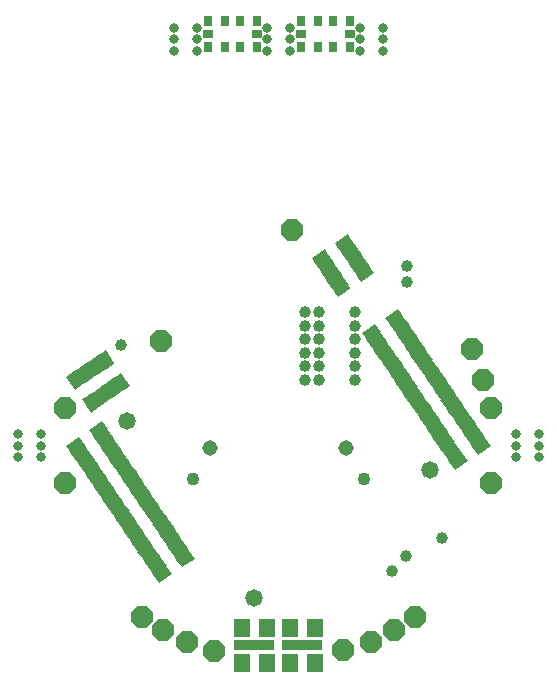
<source format=gbs>
G75*
%MOIN*%
%OFA0B0*%
%FSLAX24Y24*%
%IPPOS*%
%LPD*%
%AMOC8*
5,1,8,0,0,1.08239X$1,22.5*
%
%ADD10C,0.0580*%
%ADD11C,0.0316*%
%ADD12R,0.0159X0.0529*%
%ADD13OC8,0.0710*%
%ADD14C,0.0517*%
%ADD15C,0.0430*%
%ADD16R,0.1340X0.0356*%
%ADD17R,0.0533X0.0592*%
%ADD18C,0.0397*%
%ADD19R,0.0316X0.0356*%
%ADD20R,0.0356X0.0316*%
D10*
X008332Y014200D03*
X012580Y008332D03*
X018448Y012580D03*
D11*
X021310Y013010D03*
X021310Y013390D03*
X021310Y013770D03*
X022070Y013770D03*
X022070Y013390D03*
X022070Y013010D03*
X016870Y026560D03*
X016870Y026940D03*
X016870Y027320D03*
X016110Y027320D03*
X016110Y026940D03*
X016110Y026560D03*
X013770Y026560D03*
X013770Y026940D03*
X013770Y027320D03*
X013010Y027320D03*
X013010Y026940D03*
X013010Y026560D03*
X010670Y026560D03*
X010670Y026940D03*
X010670Y027320D03*
X009910Y027320D03*
X009910Y026940D03*
X009910Y026560D03*
X005470Y013770D03*
X005470Y013390D03*
X005470Y013010D03*
X004710Y013010D03*
X004710Y013390D03*
X004710Y013770D03*
D12*
G36*
X008606Y009996D02*
X008517Y010127D01*
X008954Y010422D01*
X009043Y010291D01*
X008606Y009996D01*
G37*
G36*
X008694Y009865D02*
X008605Y009996D01*
X009042Y010291D01*
X009131Y010160D01*
X008694Y009865D01*
G37*
G36*
X008782Y009734D02*
X008693Y009865D01*
X009130Y010160D01*
X009219Y010029D01*
X008782Y009734D01*
G37*
G36*
X008871Y009604D02*
X008782Y009735D01*
X009219Y010030D01*
X009308Y009899D01*
X008871Y009604D01*
G37*
G36*
X008959Y009473D02*
X008870Y009604D01*
X009307Y009899D01*
X009396Y009768D01*
X008959Y009473D01*
G37*
G36*
X009047Y009343D02*
X008958Y009474D01*
X009395Y009769D01*
X009484Y009638D01*
X009047Y009343D01*
G37*
G36*
X009135Y009212D02*
X009046Y009343D01*
X009483Y009638D01*
X009572Y009507D01*
X009135Y009212D01*
G37*
G36*
X009223Y009082D02*
X009134Y009213D01*
X009571Y009508D01*
X009660Y009377D01*
X009223Y009082D01*
G37*
G36*
X009311Y008951D02*
X009222Y009082D01*
X009659Y009377D01*
X009748Y009246D01*
X009311Y008951D01*
G37*
G36*
X009399Y008821D02*
X009310Y008952D01*
X009747Y009247D01*
X009836Y009116D01*
X009399Y008821D01*
G37*
G36*
X010511Y009762D02*
X010600Y009631D01*
X010163Y009336D01*
X010074Y009467D01*
X010511Y009762D01*
G37*
G36*
X010423Y009892D02*
X010512Y009761D01*
X010075Y009466D01*
X009986Y009597D01*
X010423Y009892D01*
G37*
G36*
X010335Y010023D02*
X010424Y009892D01*
X009987Y009597D01*
X009898Y009728D01*
X010335Y010023D01*
G37*
G36*
X010246Y010153D02*
X010335Y010022D01*
X009898Y009727D01*
X009809Y009858D01*
X010246Y010153D01*
G37*
G36*
X010158Y010284D02*
X010247Y010153D01*
X009810Y009858D01*
X009721Y009989D01*
X010158Y010284D01*
G37*
G36*
X010070Y010414D02*
X010159Y010283D01*
X009722Y009988D01*
X009633Y010119D01*
X010070Y010414D01*
G37*
G36*
X009982Y010545D02*
X010071Y010414D01*
X009634Y010119D01*
X009545Y010250D01*
X009982Y010545D01*
G37*
G36*
X009894Y010676D02*
X009983Y010545D01*
X009546Y010250D01*
X009457Y010381D01*
X009894Y010676D01*
G37*
G36*
X009806Y010806D02*
X009895Y010675D01*
X009458Y010380D01*
X009369Y010511D01*
X009806Y010806D01*
G37*
G36*
X009718Y010937D02*
X009807Y010806D01*
X009370Y010511D01*
X009281Y010642D01*
X009718Y010937D01*
G37*
G36*
X009630Y011067D02*
X009719Y010936D01*
X009282Y010641D01*
X009193Y010772D01*
X009630Y011067D01*
G37*
G36*
X009542Y011198D02*
X009631Y011067D01*
X009194Y010772D01*
X009105Y010903D01*
X009542Y011198D01*
G37*
G36*
X009454Y011328D02*
X009543Y011197D01*
X009106Y010902D01*
X009017Y011033D01*
X009454Y011328D01*
G37*
G36*
X009366Y011459D02*
X009455Y011328D01*
X009018Y011033D01*
X008929Y011164D01*
X009366Y011459D01*
G37*
G36*
X009278Y011590D02*
X009367Y011459D01*
X008930Y011164D01*
X008841Y011295D01*
X009278Y011590D01*
G37*
G36*
X009190Y011720D02*
X009279Y011589D01*
X008842Y011294D01*
X008753Y011425D01*
X009190Y011720D01*
G37*
G36*
X009102Y011851D02*
X009191Y011720D01*
X008754Y011425D01*
X008665Y011556D01*
X009102Y011851D01*
G37*
G36*
X009014Y011981D02*
X009103Y011850D01*
X008666Y011555D01*
X008577Y011686D01*
X009014Y011981D01*
G37*
G36*
X008926Y012112D02*
X009015Y011981D01*
X008578Y011686D01*
X008489Y011817D01*
X008926Y012112D01*
G37*
G36*
X008837Y012242D02*
X008926Y012111D01*
X008489Y011816D01*
X008400Y011947D01*
X008837Y012242D01*
G37*
G36*
X008749Y012373D02*
X008838Y012242D01*
X008401Y011947D01*
X008312Y012078D01*
X008749Y012373D01*
G37*
G36*
X008661Y012503D02*
X008750Y012372D01*
X008313Y012077D01*
X008224Y012208D01*
X008661Y012503D01*
G37*
G36*
X008573Y012634D02*
X008662Y012503D01*
X008225Y012208D01*
X008136Y012339D01*
X008573Y012634D01*
G37*
G36*
X008485Y012765D02*
X008574Y012634D01*
X008137Y012339D01*
X008048Y012470D01*
X008485Y012765D01*
G37*
G36*
X008397Y012895D02*
X008486Y012764D01*
X008049Y012469D01*
X007960Y012600D01*
X008397Y012895D01*
G37*
G36*
X008309Y013026D02*
X008398Y012895D01*
X007961Y012600D01*
X007872Y012731D01*
X008309Y013026D01*
G37*
G36*
X008221Y013156D02*
X008310Y013025D01*
X007873Y012730D01*
X007784Y012861D01*
X008221Y013156D01*
G37*
G36*
X008133Y013287D02*
X008222Y013156D01*
X007785Y012861D01*
X007696Y012992D01*
X008133Y013287D01*
G37*
G36*
X008045Y013417D02*
X008134Y013286D01*
X007697Y012991D01*
X007608Y013122D01*
X008045Y013417D01*
G37*
G36*
X007957Y013548D02*
X008046Y013417D01*
X007609Y013122D01*
X007520Y013253D01*
X007957Y013548D01*
G37*
G36*
X007869Y013678D02*
X007958Y013547D01*
X007521Y013252D01*
X007432Y013383D01*
X007869Y013678D01*
G37*
G36*
X007781Y013809D02*
X007870Y013678D01*
X007433Y013383D01*
X007344Y013514D01*
X007781Y013809D01*
G37*
G36*
X007693Y013940D02*
X007782Y013809D01*
X007345Y013514D01*
X007256Y013645D01*
X007693Y013940D01*
G37*
G36*
X007605Y014070D02*
X007694Y013939D01*
X007257Y013644D01*
X007168Y013775D01*
X007605Y014070D01*
G37*
G36*
X007517Y014201D02*
X007606Y014070D01*
X007169Y013775D01*
X007080Y013906D01*
X007517Y014201D01*
G37*
G36*
X007265Y014585D02*
X007134Y014496D01*
X006839Y014933D01*
X006970Y015022D01*
X007265Y014585D01*
G37*
G36*
X007396Y014673D02*
X007265Y014584D01*
X006970Y015021D01*
X007101Y015110D01*
X007396Y014673D01*
G37*
G36*
X007526Y014761D02*
X007395Y014672D01*
X007100Y015109D01*
X007231Y015198D01*
X007526Y014761D01*
G37*
G36*
X007657Y014850D02*
X007526Y014761D01*
X007231Y015198D01*
X007362Y015287D01*
X007657Y014850D01*
G37*
G36*
X007787Y014938D02*
X007656Y014849D01*
X007361Y015286D01*
X007492Y015375D01*
X007787Y014938D01*
G37*
G36*
X007918Y015026D02*
X007787Y014937D01*
X007492Y015374D01*
X007623Y015463D01*
X007918Y015026D01*
G37*
G36*
X008048Y015114D02*
X007917Y015025D01*
X007622Y015462D01*
X007753Y015551D01*
X008048Y015114D01*
G37*
G36*
X008179Y015202D02*
X008048Y015113D01*
X007753Y015550D01*
X007884Y015639D01*
X008179Y015202D01*
G37*
G36*
X008310Y015290D02*
X008179Y015201D01*
X007884Y015638D01*
X008015Y015727D01*
X008310Y015290D01*
G37*
G36*
X008440Y015378D02*
X008309Y015289D01*
X008014Y015726D01*
X008145Y015815D01*
X008440Y015378D01*
G37*
G36*
X007499Y016490D02*
X007630Y016579D01*
X007925Y016142D01*
X007794Y016053D01*
X007499Y016490D01*
G37*
G36*
X007368Y016402D02*
X007499Y016491D01*
X007794Y016054D01*
X007663Y015965D01*
X007368Y016402D01*
G37*
G36*
X007238Y016314D02*
X007369Y016403D01*
X007664Y015966D01*
X007533Y015877D01*
X007238Y016314D01*
G37*
G36*
X007107Y016225D02*
X007238Y016314D01*
X007533Y015877D01*
X007402Y015788D01*
X007107Y016225D01*
G37*
G36*
X006977Y016137D02*
X007108Y016226D01*
X007403Y015789D01*
X007272Y015700D01*
X006977Y016137D01*
G37*
G36*
X006846Y016049D02*
X006977Y016138D01*
X007272Y015701D01*
X007141Y015612D01*
X006846Y016049D01*
G37*
G36*
X006716Y015961D02*
X006847Y016050D01*
X007142Y015613D01*
X007011Y015524D01*
X006716Y015961D01*
G37*
G36*
X006585Y015873D02*
X006716Y015962D01*
X007011Y015525D01*
X006880Y015436D01*
X006585Y015873D01*
G37*
G36*
X006454Y015785D02*
X006585Y015874D01*
X006880Y015437D01*
X006749Y015348D01*
X006454Y015785D01*
G37*
G36*
X006324Y015697D02*
X006455Y015786D01*
X006750Y015349D01*
X006619Y015260D01*
X006324Y015697D01*
G37*
G36*
X006405Y013259D02*
X006316Y013390D01*
X006753Y013685D01*
X006842Y013554D01*
X006405Y013259D01*
G37*
G36*
X006493Y013129D02*
X006404Y013260D01*
X006841Y013555D01*
X006930Y013424D01*
X006493Y013129D01*
G37*
G36*
X006581Y012998D02*
X006492Y013129D01*
X006929Y013424D01*
X007018Y013293D01*
X006581Y012998D01*
G37*
G36*
X006669Y012868D02*
X006580Y012999D01*
X007017Y013294D01*
X007106Y013163D01*
X006669Y012868D01*
G37*
G36*
X006757Y012737D02*
X006668Y012868D01*
X007105Y013163D01*
X007194Y013032D01*
X006757Y012737D01*
G37*
G36*
X006845Y012607D02*
X006756Y012738D01*
X007193Y013033D01*
X007282Y012902D01*
X006845Y012607D01*
G37*
G36*
X006933Y012476D02*
X006844Y012607D01*
X007281Y012902D01*
X007370Y012771D01*
X006933Y012476D01*
G37*
G36*
X007021Y012346D02*
X006932Y012477D01*
X007369Y012772D01*
X007458Y012641D01*
X007021Y012346D01*
G37*
G36*
X007109Y012215D02*
X007020Y012346D01*
X007457Y012641D01*
X007546Y012510D01*
X007109Y012215D01*
G37*
G36*
X007197Y012084D02*
X007108Y012215D01*
X007545Y012510D01*
X007634Y012379D01*
X007197Y012084D01*
G37*
G36*
X007285Y011954D02*
X007196Y012085D01*
X007633Y012380D01*
X007722Y012249D01*
X007285Y011954D01*
G37*
G36*
X007373Y011823D02*
X007284Y011954D01*
X007721Y012249D01*
X007810Y012118D01*
X007373Y011823D01*
G37*
G36*
X007462Y011693D02*
X007373Y011824D01*
X007810Y012119D01*
X007899Y011988D01*
X007462Y011693D01*
G37*
G36*
X007550Y011562D02*
X007461Y011693D01*
X007898Y011988D01*
X007987Y011857D01*
X007550Y011562D01*
G37*
G36*
X007638Y011432D02*
X007549Y011563D01*
X007986Y011858D01*
X008075Y011727D01*
X007638Y011432D01*
G37*
G36*
X007726Y011301D02*
X007637Y011432D01*
X008074Y011727D01*
X008163Y011596D01*
X007726Y011301D01*
G37*
G36*
X007814Y011171D02*
X007725Y011302D01*
X008162Y011597D01*
X008251Y011466D01*
X007814Y011171D01*
G37*
G36*
X007902Y011040D02*
X007813Y011171D01*
X008250Y011466D01*
X008339Y011335D01*
X007902Y011040D01*
G37*
G36*
X007990Y010909D02*
X007901Y011040D01*
X008338Y011335D01*
X008427Y011204D01*
X007990Y010909D01*
G37*
G36*
X008078Y010779D02*
X007989Y010910D01*
X008426Y011205D01*
X008515Y011074D01*
X008078Y010779D01*
G37*
G36*
X008166Y010648D02*
X008077Y010779D01*
X008514Y011074D01*
X008603Y010943D01*
X008166Y010648D01*
G37*
G36*
X008254Y010518D02*
X008165Y010649D01*
X008602Y010944D01*
X008691Y010813D01*
X008254Y010518D01*
G37*
G36*
X008342Y010387D02*
X008253Y010518D01*
X008690Y010813D01*
X008779Y010682D01*
X008342Y010387D01*
G37*
G36*
X008430Y010257D02*
X008341Y010388D01*
X008778Y010683D01*
X008867Y010552D01*
X008430Y010257D01*
G37*
G36*
X008518Y010126D02*
X008429Y010257D01*
X008866Y010552D01*
X008955Y010421D01*
X008518Y010126D01*
G37*
G36*
X015378Y018340D02*
X015289Y018471D01*
X015726Y018766D01*
X015815Y018635D01*
X015378Y018340D01*
G37*
G36*
X015290Y018470D02*
X015201Y018601D01*
X015638Y018896D01*
X015727Y018765D01*
X015290Y018470D01*
G37*
G36*
X015202Y018601D02*
X015113Y018732D01*
X015550Y019027D01*
X015639Y018896D01*
X015202Y018601D01*
G37*
G36*
X015114Y018732D02*
X015025Y018863D01*
X015462Y019158D01*
X015551Y019027D01*
X015114Y018732D01*
G37*
G36*
X015026Y018862D02*
X014937Y018993D01*
X015374Y019288D01*
X015463Y019157D01*
X015026Y018862D01*
G37*
G36*
X014938Y018993D02*
X014849Y019124D01*
X015286Y019419D01*
X015375Y019288D01*
X014938Y018993D01*
G37*
G36*
X014850Y019123D02*
X014761Y019254D01*
X015198Y019549D01*
X015287Y019418D01*
X014850Y019123D01*
G37*
G36*
X014761Y019254D02*
X014672Y019385D01*
X015109Y019680D01*
X015198Y019549D01*
X014761Y019254D01*
G37*
G36*
X014673Y019384D02*
X014584Y019515D01*
X015021Y019810D01*
X015110Y019679D01*
X014673Y019384D01*
G37*
G36*
X014585Y019515D02*
X014496Y019646D01*
X014933Y019941D01*
X015022Y019810D01*
X014585Y019515D01*
G37*
G36*
X015697Y020456D02*
X015786Y020325D01*
X015349Y020030D01*
X015260Y020161D01*
X015697Y020456D01*
G37*
G36*
X015785Y020326D02*
X015874Y020195D01*
X015437Y019900D01*
X015348Y020031D01*
X015785Y020326D01*
G37*
G36*
X015873Y020195D02*
X015962Y020064D01*
X015525Y019769D01*
X015436Y019900D01*
X015873Y020195D01*
G37*
G36*
X015961Y020064D02*
X016050Y019933D01*
X015613Y019638D01*
X015524Y019769D01*
X015961Y020064D01*
G37*
G36*
X016049Y019934D02*
X016138Y019803D01*
X015701Y019508D01*
X015612Y019639D01*
X016049Y019934D01*
G37*
G36*
X016137Y019803D02*
X016226Y019672D01*
X015789Y019377D01*
X015700Y019508D01*
X016137Y019803D01*
G37*
G36*
X016225Y019673D02*
X016314Y019542D01*
X015877Y019247D01*
X015788Y019378D01*
X016225Y019673D01*
G37*
G36*
X016314Y019542D02*
X016403Y019411D01*
X015966Y019116D01*
X015877Y019247D01*
X016314Y019542D01*
G37*
G36*
X016402Y019412D02*
X016491Y019281D01*
X016054Y018986D01*
X015965Y019117D01*
X016402Y019412D01*
G37*
G36*
X016490Y019281D02*
X016579Y019150D01*
X016142Y018855D01*
X016053Y018986D01*
X016490Y019281D01*
G37*
G36*
X017381Y017959D02*
X017470Y017828D01*
X017033Y017533D01*
X016944Y017664D01*
X017381Y017959D01*
G37*
G36*
X017469Y017829D02*
X017558Y017698D01*
X017121Y017403D01*
X017032Y017534D01*
X017469Y017829D01*
G37*
G36*
X017557Y017698D02*
X017646Y017567D01*
X017209Y017272D01*
X017120Y017403D01*
X017557Y017698D01*
G37*
G36*
X017645Y017568D02*
X017734Y017437D01*
X017297Y017142D01*
X017208Y017273D01*
X017645Y017568D01*
G37*
G36*
X017733Y017437D02*
X017822Y017306D01*
X017385Y017011D01*
X017296Y017142D01*
X017733Y017437D01*
G37*
G36*
X017821Y017307D02*
X017910Y017176D01*
X017473Y016881D01*
X017384Y017012D01*
X017821Y017307D01*
G37*
G36*
X017909Y017176D02*
X017998Y017045D01*
X017561Y016750D01*
X017472Y016881D01*
X017909Y017176D01*
G37*
G36*
X017998Y017046D02*
X018087Y016915D01*
X017650Y016620D01*
X017561Y016751D01*
X017998Y017046D01*
G37*
G36*
X018086Y016915D02*
X018175Y016784D01*
X017738Y016489D01*
X017649Y016620D01*
X018086Y016915D01*
G37*
G36*
X018174Y016784D02*
X018263Y016653D01*
X017826Y016358D01*
X017737Y016489D01*
X018174Y016784D01*
G37*
G36*
X018262Y016654D02*
X018351Y016523D01*
X017914Y016228D01*
X017825Y016359D01*
X018262Y016654D01*
G37*
G36*
X018350Y016523D02*
X018439Y016392D01*
X018002Y016097D01*
X017913Y016228D01*
X018350Y016523D01*
G37*
G36*
X018438Y016393D02*
X018527Y016262D01*
X018090Y015967D01*
X018001Y016098D01*
X018438Y016393D01*
G37*
G36*
X018526Y016262D02*
X018615Y016131D01*
X018178Y015836D01*
X018089Y015967D01*
X018526Y016262D01*
G37*
G36*
X018614Y016132D02*
X018703Y016001D01*
X018266Y015706D01*
X018177Y015837D01*
X018614Y016132D01*
G37*
G36*
X018702Y016001D02*
X018791Y015870D01*
X018354Y015575D01*
X018265Y015706D01*
X018702Y016001D01*
G37*
G36*
X018790Y015871D02*
X018879Y015740D01*
X018442Y015445D01*
X018353Y015576D01*
X018790Y015871D01*
G37*
G36*
X018878Y015740D02*
X018967Y015609D01*
X018530Y015314D01*
X018441Y015445D01*
X018878Y015740D01*
G37*
G36*
X018966Y015609D02*
X019055Y015478D01*
X018618Y015183D01*
X018529Y015314D01*
X018966Y015609D01*
G37*
G36*
X019054Y015479D02*
X019143Y015348D01*
X018706Y015053D01*
X018617Y015184D01*
X019054Y015479D01*
G37*
G36*
X019142Y015348D02*
X019231Y015217D01*
X018794Y014922D01*
X018705Y015053D01*
X019142Y015348D01*
G37*
G36*
X019230Y015218D02*
X019319Y015087D01*
X018882Y014792D01*
X018793Y014923D01*
X019230Y015218D01*
G37*
G36*
X019318Y015087D02*
X019407Y014956D01*
X018970Y014661D01*
X018881Y014792D01*
X019318Y015087D01*
G37*
G36*
X019407Y014957D02*
X019496Y014826D01*
X019059Y014531D01*
X018970Y014662D01*
X019407Y014957D01*
G37*
G36*
X019495Y014826D02*
X019584Y014695D01*
X019147Y014400D01*
X019058Y014531D01*
X019495Y014826D01*
G37*
G36*
X019583Y014696D02*
X019672Y014565D01*
X019235Y014270D01*
X019146Y014401D01*
X019583Y014696D01*
G37*
G36*
X019671Y014565D02*
X019760Y014434D01*
X019323Y014139D01*
X019234Y014270D01*
X019671Y014565D01*
G37*
G36*
X019759Y014434D02*
X019848Y014303D01*
X019411Y014008D01*
X019322Y014139D01*
X019759Y014434D01*
G37*
G36*
X019847Y014304D02*
X019936Y014173D01*
X019499Y013878D01*
X019410Y014009D01*
X019847Y014304D01*
G37*
G36*
X019935Y014173D02*
X020024Y014042D01*
X019587Y013747D01*
X019498Y013878D01*
X019935Y014173D01*
G37*
G36*
X020023Y014043D02*
X020112Y013912D01*
X019675Y013617D01*
X019586Y013748D01*
X020023Y014043D01*
G37*
G36*
X020111Y013912D02*
X020200Y013781D01*
X019763Y013486D01*
X019674Y013617D01*
X020111Y013912D01*
G37*
G36*
X020199Y013782D02*
X020288Y013651D01*
X019851Y013356D01*
X019762Y013487D01*
X020199Y013782D01*
G37*
G36*
X020287Y013651D02*
X020376Y013520D01*
X019939Y013225D01*
X019850Y013356D01*
X020287Y013651D01*
G37*
G36*
X020375Y013521D02*
X020464Y013390D01*
X020027Y013095D01*
X019938Y013226D01*
X020375Y013521D01*
G37*
G36*
X019175Y012710D02*
X019086Y012841D01*
X019523Y013136D01*
X019612Y013005D01*
X019175Y012710D01*
G37*
G36*
X019263Y012579D02*
X019174Y012710D01*
X019611Y013005D01*
X019700Y012874D01*
X019263Y012579D01*
G37*
G36*
X019087Y012840D02*
X018998Y012971D01*
X019435Y013266D01*
X019524Y013135D01*
X019087Y012840D01*
G37*
G36*
X018999Y012971D02*
X018910Y013102D01*
X019347Y013397D01*
X019436Y013266D01*
X018999Y012971D01*
G37*
G36*
X018911Y013102D02*
X018822Y013233D01*
X019259Y013528D01*
X019348Y013397D01*
X018911Y013102D01*
G37*
G36*
X018823Y013232D02*
X018734Y013363D01*
X019171Y013658D01*
X019260Y013527D01*
X018823Y013232D01*
G37*
G36*
X018735Y013363D02*
X018646Y013494D01*
X019083Y013789D01*
X019172Y013658D01*
X018735Y013363D01*
G37*
G36*
X018647Y013493D02*
X018558Y013624D01*
X018995Y013919D01*
X019084Y013788D01*
X018647Y013493D01*
G37*
G36*
X018559Y013624D02*
X018470Y013755D01*
X018907Y014050D01*
X018996Y013919D01*
X018559Y013624D01*
G37*
G36*
X018471Y013754D02*
X018382Y013885D01*
X018819Y014180D01*
X018908Y014049D01*
X018471Y013754D01*
G37*
G36*
X018383Y013885D02*
X018294Y014016D01*
X018731Y014311D01*
X018820Y014180D01*
X018383Y013885D01*
G37*
G36*
X018295Y014015D02*
X018206Y014146D01*
X018643Y014441D01*
X018732Y014310D01*
X018295Y014015D01*
G37*
G36*
X018207Y014146D02*
X018118Y014277D01*
X018555Y014572D01*
X018644Y014441D01*
X018207Y014146D01*
G37*
G36*
X018119Y014277D02*
X018030Y014408D01*
X018467Y014703D01*
X018556Y014572D01*
X018119Y014277D01*
G37*
G36*
X018031Y014407D02*
X017942Y014538D01*
X018379Y014833D01*
X018468Y014702D01*
X018031Y014407D01*
G37*
G36*
X017943Y014538D02*
X017854Y014669D01*
X018291Y014964D01*
X018380Y014833D01*
X017943Y014538D01*
G37*
G36*
X017854Y014668D02*
X017765Y014799D01*
X018202Y015094D01*
X018291Y014963D01*
X017854Y014668D01*
G37*
G36*
X017766Y014799D02*
X017677Y014930D01*
X018114Y015225D01*
X018203Y015094D01*
X017766Y014799D01*
G37*
G36*
X017678Y014929D02*
X017589Y015060D01*
X018026Y015355D01*
X018115Y015224D01*
X017678Y014929D01*
G37*
G36*
X017590Y015060D02*
X017501Y015191D01*
X017938Y015486D01*
X018027Y015355D01*
X017590Y015060D01*
G37*
G36*
X017502Y015190D02*
X017413Y015321D01*
X017850Y015616D01*
X017939Y015485D01*
X017502Y015190D01*
G37*
G36*
X017414Y015321D02*
X017325Y015452D01*
X017762Y015747D01*
X017851Y015616D01*
X017414Y015321D01*
G37*
G36*
X017326Y015452D02*
X017237Y015583D01*
X017674Y015878D01*
X017763Y015747D01*
X017326Y015452D01*
G37*
G36*
X017238Y015582D02*
X017149Y015713D01*
X017586Y016008D01*
X017675Y015877D01*
X017238Y015582D01*
G37*
G36*
X017150Y015713D02*
X017061Y015844D01*
X017498Y016139D01*
X017587Y016008D01*
X017150Y015713D01*
G37*
G36*
X017062Y015843D02*
X016973Y015974D01*
X017410Y016269D01*
X017499Y016138D01*
X017062Y015843D01*
G37*
G36*
X016974Y015974D02*
X016885Y016105D01*
X017322Y016400D01*
X017411Y016269D01*
X016974Y015974D01*
G37*
G36*
X016886Y016104D02*
X016797Y016235D01*
X017234Y016530D01*
X017323Y016399D01*
X016886Y016104D01*
G37*
G36*
X016798Y016235D02*
X016709Y016366D01*
X017146Y016661D01*
X017235Y016530D01*
X016798Y016235D01*
G37*
G36*
X016710Y016366D02*
X016621Y016497D01*
X017058Y016792D01*
X017147Y016661D01*
X016710Y016366D01*
G37*
G36*
X016622Y016496D02*
X016533Y016627D01*
X016970Y016922D01*
X017059Y016791D01*
X016622Y016496D01*
G37*
G36*
X016534Y016627D02*
X016445Y016758D01*
X016882Y017053D01*
X016971Y016922D01*
X016534Y016627D01*
G37*
G36*
X016445Y016757D02*
X016356Y016888D01*
X016793Y017183D01*
X016882Y017052D01*
X016445Y016757D01*
G37*
G36*
X016357Y016888D02*
X016268Y017019D01*
X016705Y017314D01*
X016794Y017183D01*
X016357Y016888D01*
G37*
G36*
X016269Y017018D02*
X016180Y017149D01*
X016617Y017444D01*
X016706Y017313D01*
X016269Y017018D01*
G37*
D13*
X013840Y020590D03*
X009490Y016890D03*
X006290Y014640D03*
X006290Y012140D03*
X008857Y007690D03*
X009541Y007236D03*
X010340Y006840D03*
X011240Y006540D03*
X015540Y006590D03*
X016490Y006840D03*
X017240Y007240D03*
X017940Y007690D03*
X020490Y012140D03*
X020490Y014640D03*
X020194Y015591D03*
X019840Y016632D03*
D14*
X015654Y013312D03*
X011126Y013312D03*
D15*
X010536Y012269D03*
X016244Y012269D03*
D16*
X014190Y006740D03*
X012590Y006740D03*
D17*
X012994Y006159D03*
X013786Y006159D03*
X014594Y006159D03*
X014594Y007321D03*
X013786Y007321D03*
X012994Y007321D03*
X012186Y007321D03*
X012186Y006159D03*
D18*
X017190Y009215D03*
X017640Y009715D03*
X018840Y010315D03*
X015940Y015590D03*
X015940Y016040D03*
X015940Y016490D03*
X015940Y016940D03*
X015940Y017390D03*
X015940Y017840D03*
X014740Y017840D03*
X014740Y017390D03*
X014740Y016940D03*
X014740Y016490D03*
X014740Y016040D03*
X014740Y015590D03*
X014290Y015590D03*
X014290Y016040D03*
X014290Y016490D03*
X014290Y016940D03*
X014290Y017390D03*
X014290Y017840D03*
X017690Y018840D03*
X017690Y019390D03*
X008140Y016740D03*
D19*
X011058Y026679D03*
X011615Y026679D03*
X012115Y026679D03*
X012672Y026679D03*
X012672Y027545D03*
X012115Y027545D03*
X011615Y027545D03*
X011058Y027545D03*
X014158Y027545D03*
X014715Y027545D03*
X015215Y027545D03*
X015772Y027545D03*
X015772Y026679D03*
X015215Y026679D03*
X014715Y026679D03*
X014158Y026679D03*
D20*
X014158Y027112D03*
X012672Y027112D03*
X011058Y027112D03*
X015772Y027112D03*
M02*

</source>
